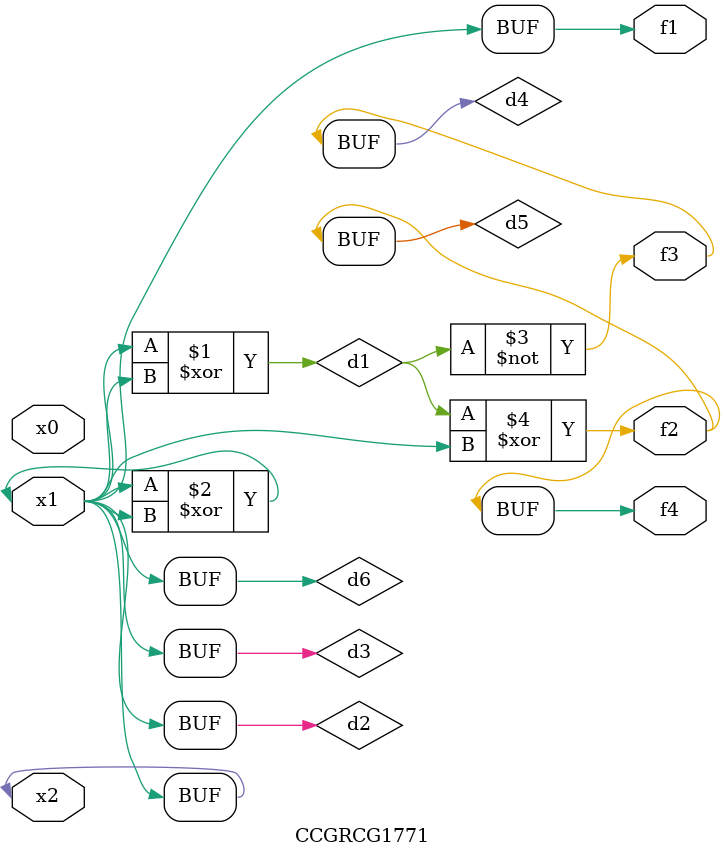
<source format=v>
module CCGRCG1771(
	input x0, x1, x2,
	output f1, f2, f3, f4
);

	wire d1, d2, d3, d4, d5, d6;

	xor (d1, x1, x2);
	buf (d2, x1, x2);
	xor (d3, x1, x2);
	nor (d4, d1);
	xor (d5, d1, d2);
	buf (d6, d2, d3);
	assign f1 = d6;
	assign f2 = d5;
	assign f3 = d4;
	assign f4 = d5;
endmodule

</source>
